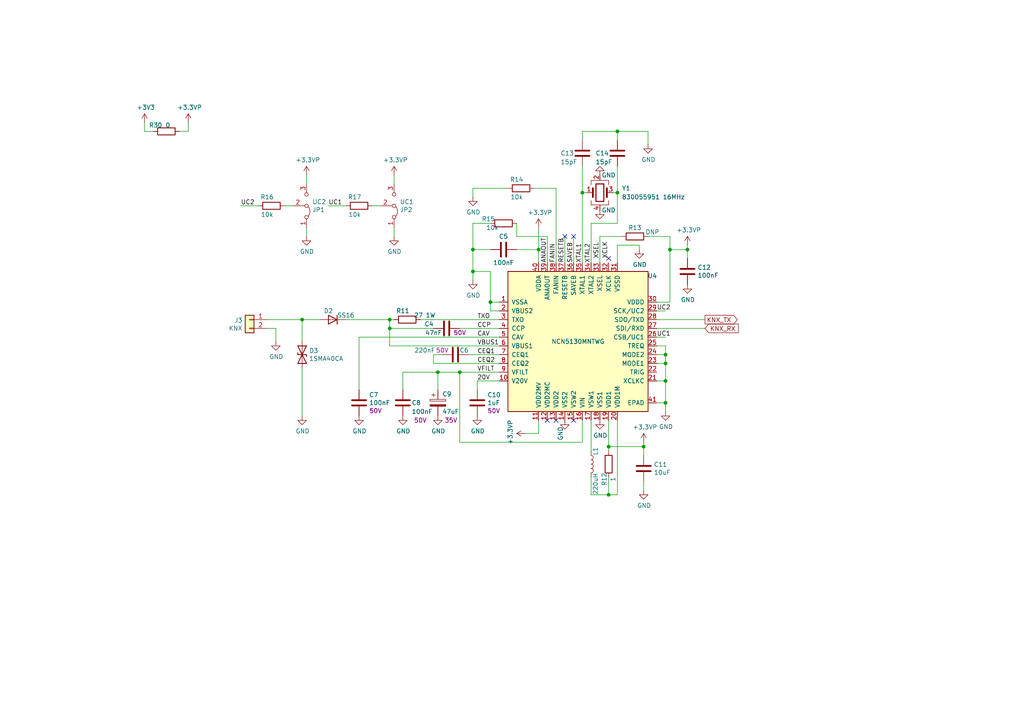
<source format=kicad_sch>
(kicad_sch (version 20211123) (generator eeschema)
  (paper "A4")
  (title_block (title "knxRoomUnit") (date "2021-05-06") (rev "r1d0"))
  (lib_symbols
    (symbol "Connector_Generic:Conn_01x02" (pin_names (offset 1.016) hide)
      (property "Reference" "J" (at 0 2.54 0))
      (property "Value" "Conn_01x02" (at 0 -5.08 0))
      (symbol "Conn_01x02_1_1"
        (rectangle (start -1.27 -2.413) (end 0 -2.667) (stroke (width 0.1524)))
        (rectangle (start -1.27 0.127) (end 0 -0.127) (stroke (width 0.1524)))
        (rectangle (start -1.27 1.27) (end 1.27 -3.81) (stroke (width 0.254)) (fill (type background)))
        (pin passive line (at -5.08 0 0) (length 3.81) (name "Pin_1") (number "1"))
        (pin passive line (at -5.08 -2.54 0) (length 3.81) (name "Pin_2") (number "2"))
      )
    )
    (symbol "Device:C" (pin_numbers hide) (pin_names (offset 0.254))
      (property "Reference" "C" (at 0.635 2.54 0))
      (property "Value" "C" (at 0.635 -2.54 0))
      (symbol "C_0_1"
        (polyline (pts (xy -2.032 -0.762) (xy 2.032 -0.762)) (stroke (width 0.508)))
        (polyline (pts (xy -2.032 0.762) (xy 2.032 0.762)) (stroke (width 0.508)))
      )
      (symbol "C_1_1"
        (pin passive line (at 0 3.81 270) (length 2.794) (name "~") (number "1"))
        (pin passive line (at 0 -3.81 90) (length 2.794) (name "~") (number "2"))
      )
    )
    (symbol "Device:CP" (pin_numbers hide) (pin_names (offset 0.254))
      (property "Reference" "C" (at 0.635 2.54 0))
      (property "Value" "Device_CP" (at 0.635 -2.54 0))
      (symbol "CP_0_1"
        (rectangle (start -2.286 0.508) (end 2.286 1.016))
        (polyline (pts (xy -1.778 2.286) (xy -0.762 2.286)))
        (polyline (pts (xy -1.27 2.794) (xy -1.27 1.778)))
        (rectangle (start 2.286 -0.508) (end -2.286 -1.016) (fill (type outline)))
      )
      (symbol "CP_1_1"
        (pin passive line (at 0 3.81 270) (length 2.794) (name "~") (number "1"))
        (pin passive line (at 0 -3.81 90) (length 2.794) (name "~") (number "2"))
      )
    )
    (symbol "Device:Crystal_GND24" (pin_names (offset 1.016) hide)
      (property "Reference" "Y" (at 3.175 5.08 0))
      (property "Value" "Crystal_GND24" (at 3.175 3.175 0))
      (symbol "Crystal_GND24_0_1"
        (rectangle (start -1.143 2.54) (end 1.143 -2.54) (stroke (width 0.3048)))
        (polyline (pts (xy -2.54 0) (xy -2.032 0)))
        (polyline (pts (xy -2.032 -1.27) (xy -2.032 1.27)) (stroke (width 0.508)))
        (polyline (pts (xy 0 -3.81) (xy 0 -3.556)))
        (polyline (pts (xy 0 3.556) (xy 0 3.81)))
        (polyline (pts (xy 2.032 -1.27) (xy 2.032 1.27)) (stroke (width 0.508)))
        (polyline (pts (xy 2.032 0) (xy 2.54 0)))
        (polyline (pts (xy -2.54 -2.286) (xy -2.54 -3.556) (xy 2.54 -3.556) (xy 2.54 -2.286)))
        (polyline (pts (xy -2.54 2.286) (xy -2.54 3.556) (xy 2.54 3.556) (xy 2.54 2.286)))
      )
      (symbol "Crystal_GND24_1_1"
        (pin passive line (at -3.81 0 0) (length 1.27) (name "1") (number "1"))
        (pin passive line (at 0 5.08 270) (length 1.27) (name "2") (number "2"))
        (pin passive line (at 3.81 0 180) (length 1.27) (name "3") (number "3"))
        (pin passive line (at 0 -5.08 90) (length 1.27) (name "4") (number "4"))
      )
    )
    (symbol "Device:D" (pin_numbers hide) (pin_names (offset 1.016) hide)
      (property "Reference" "D" (at 0 2.54 0))
      (property "Value" "D" (at 0 -2.54 0))
      (symbol "D_0_1"
        (polyline (pts (xy -1.27 1.27) (xy -1.27 -1.27)) (stroke (width 0.254)))
        (polyline (pts (xy 1.27 0) (xy -1.27 0)))
        (polyline (pts (xy 1.27 1.27) (xy 1.27 -1.27) (xy -1.27 0) (xy 1.27 1.27)) (stroke (width 0.254)))
      )
      (symbol "D_1_1"
        (pin passive line (at -3.81 0 0) (length 2.54) (name "K") (number "1"))
        (pin passive line (at 3.81 0 180) (length 2.54) (name "A") (number "2"))
      )
    )
    (symbol "Device:D_TVS" (pin_numbers hide) (pin_names (offset 1.016) hide)
      (property "Reference" "D" (at 0 2.54 0))
      (property "Value" "D_TVS" (at 0 -2.54 0))
      (symbol "D_TVS_0_1"
        (polyline (pts (xy 1.27 0) (xy -1.27 0)))
        (polyline (pts (xy 0.508 1.27) (xy 0 1.27) (xy 0 -1.27) (xy -0.508 -1.27)) (stroke (width 0.254)))
        (polyline (pts (xy -2.54 1.27) (xy -2.54 -1.27) (xy 2.54 1.27) (xy 2.54 -1.27) (xy -2.54 1.27)) (stroke (width 0.254)))
      )
      (symbol "D_TVS_1_1"
        (pin passive line (at -3.81 0 0) (length 2.54) (name "A1") (number "1"))
        (pin passive line (at 3.81 0 180) (length 2.54) (name "A2") (number "2"))
      )
    )
    (symbol "Device:L" (pin_numbers hide) (pin_names (offset 1.016) hide)
      (property "Reference" "L" (at -1.27 0 90))
      (property "Value" "L" (at 1.905 0 90))
      (symbol "L_0_1"
        (arc (start 0 -2.54) (mid 0.635 -1.905) (end 0 -1.27))
        (arc (start 0 -1.27) (mid 0.635 -0.635) (end 0 0))
        (arc (start 0 0) (mid 0.635 0.635) (end 0 1.27))
        (arc (start 0 1.27) (mid 0.635 1.905) (end 0 2.54))
      )
      (symbol "L_1_1"
        (pin passive line (at 0 3.81 270) (length 1.27) (name "1") (number "1"))
        (pin passive line (at 0 -3.81 90) (length 1.27) (name "2") (number "2"))
      )
    )
    (symbol "Device:R" (pin_numbers hide) (pin_names (offset 0))
      (property "Reference" "R" (at 2.032 0 90))
      (property "Value" "R" (at 0 0 90))
      (symbol "R_0_1"
        (rectangle (start -1.016 -2.54) (end 1.016 2.54) (stroke (width 0.254)))
      )
      (symbol "R_1_1"
        (pin passive line (at 0 3.81 270) (length 1.27) (name "~") (number "1"))
        (pin passive line (at 0 -3.81 90) (length 1.27) (name "~") (number "2"))
      )
    )
    (symbol "Jumper:Jumper_3_Bridged12" (pin_names (offset 0) hide)
      (property "Reference" "JP" (at -2.54 -2.54 0))
      (property "Value" "Jumper_3_Bridged12" (at 0 2.794 0))
      (symbol "Jumper_3_Bridged12_0_0"
        (circle (center -3.302 0) (radius 0.508))
        (circle (center 0 0) (radius 0.508))
        (circle (center 3.302 0) (radius 0.508))
      )
      (symbol "Jumper_3_Bridged12_0_1"
        (arc (start -0.254 0.508) (mid -1.651 0.9912) (end -3.048 0.508))
        (polyline (pts (xy 0 -1.27) (xy 0 -0.508)))
      )
      (symbol "Jumper_3_Bridged12_1_1"
        (pin passive line (at -6.35 0 0) (length 2.54) (name "A") (number "1"))
        (pin input line (at 0 -3.81 90) (length 2.54) (name "C") (number "2"))
        (pin passive line (at 6.35 0 180) (length 2.54) (name "B") (number "3"))
      )
    )
    (symbol "ON_Semiconductor:NCN5130MNTWG" (pin_names (offset 1.016))
      (property "Reference" "U" (at 19.05 21.59 0))
      (property "Value" "NCN5130MNTWG" (at 0 0 0))
      (symbol "NCN5130MNTWG_0_1"
        (rectangle (start -20.32 20.32) (end 20.32 -20.32) (stroke (width 0.254)) (fill (type background)))
      )
      (symbol "NCN5130MNTWG_1_1"
        (pin power_in line (at -22.86 11.43 0) (length 2.54) (name "VSSA") (number "1"))
        (pin power_out line (at -22.86 -11.43 0) (length 2.54) (name "V20V") (number "10"))
        (pin input line (at -11.43 -22.86 90) (length 2.54) (name "VDD2MV") (number "11"))
        (pin input line (at -8.89 -22.86 90) (length 2.54) (name "VDD2MC") (number "12"))
        (pin input line (at -6.35 -22.86 90) (length 2.54) (name "VDD2") (number "13"))
        (pin power_in line (at -3.81 -22.86 90) (length 2.54) (name "VSS2") (number "14"))
        (pin power_out line (at -1.27 -22.86 90) (length 2.54) (name "VSW2") (number "15"))
        (pin power_in line (at 1.27 -22.86 90) (length 2.54) (name "VIN") (number "16"))
        (pin power_out line (at 3.81 -22.86 90) (length 2.54) (name "VSW1") (number "17"))
        (pin power_in line (at 6.35 -22.86 90) (length 2.54) (name "VSS1") (number "18"))
        (pin input line (at 8.89 -22.86 90) (length 2.54) (name "VDD1") (number "19"))
        (pin power_in line (at -22.86 8.89 0) (length 2.54) (name "VBUS2") (number "2"))
        (pin input line (at 11.43 -22.86 90) (length 2.54) (name "VDD1M") (number "20"))
        (pin input line (at 22.86 -11.43 180) (length 2.54) (name "XCLKC") (number "21"))
        (pin output line (at 22.86 -8.89 180) (length 2.54) (name "TRIG") (number "22"))
        (pin input line (at 22.86 -6.35 180) (length 2.54) (name "MODE1") (number "23"))
        (pin input line (at 22.86 -3.81 180) (length 2.54) (name "MODE2") (number "24"))
        (pin input line (at 22.86 -1.27 180) (length 2.54) (name "TREQ") (number "25"))
        (pin bidirectional line (at 22.86 1.27 180) (length 2.54) (name "CSB/UC1") (number "26"))
        (pin input line (at 22.86 3.81 180) (length 2.54) (name "SDI/RXD") (number "27"))
        (pin output line (at 22.86 6.35 180) (length 2.54) (name "SDO/TXD") (number "28"))
        (pin bidirectional line (at 22.86 8.89 180) (length 2.54) (name "SCK/UC2") (number "29"))
        (pin output line (at -22.86 6.35 0) (length 2.54) (name "TXO") (number "3"))
        (pin power_in line (at 22.86 11.43 180) (length 2.54) (name "VDDD") (number "30"))
        (pin power_in line (at 11.43 22.86 270) (length 2.54) (name "VSSD") (number "31"))
        (pin output line (at 8.89 22.86 270) (length 2.54) (name "XCLK") (number "32"))
        (pin input line (at 6.35 22.86 270) (length 2.54) (name "XSEL") (number "33"))
        (pin bidirectional line (at 3.81 22.86 270) (length 2.54) (name "XTAL2") (number "34"))
        (pin input line (at 1.27 22.86 270) (length 2.54) (name "XTAL1") (number "35"))
        (pin output line (at -1.27 22.86 270) (length 2.54) (name "SAVEB") (number "36"))
        (pin output line (at -3.81 22.86 270) (length 2.54) (name "RESETB") (number "37"))
        (pin input line (at -6.35 22.86 270) (length 2.54) (name "FANIN") (number "38"))
        (pin output line (at -8.89 22.86 270) (length 2.54) (name "ANAOUT") (number "39"))
        (pin input line (at -22.86 3.81 0) (length 2.54) (name "CCP") (number "4"))
        (pin power_in line (at -11.43 22.86 270) (length 2.54) (name "VDDA") (number "40"))
        (pin power_in line (at 22.86 -17.78 180) (length 2.54) (name "EPAD") (number "41"))
        (pin passive line (at -22.86 1.27 0) (length 2.54) (name "CAV") (number "5"))
        (pin power_in line (at -22.86 -1.27 0) (length 2.54) (name "VBUS1") (number "6"))
        (pin passive line (at -22.86 -3.81 0) (length 2.54) (name "CEQ1") (number "7"))
        (pin passive line (at -22.86 -6.35 0) (length 2.54) (name "CEQ2") (number "8"))
        (pin passive line (at -22.86 -8.89 0) (length 2.54) (name "VFILT") (number "9"))
      )
    )
    (symbol "power:+3.3V" (power) (pin_names (offset 0))
      (property "Value" "+3.3V" (at 0 3.556 0))
      (symbol "+3.3V_0_1"
        (polyline (pts (xy -0.762 1.27) (xy 0 2.54)))
        (polyline (pts (xy 0 0) (xy 0 2.54)))
        (polyline (pts (xy 0 2.54) (xy 0.762 1.27)))
      )
      (symbol "+3.3V_1_1"
        (pin power_in line (at 0 0 90) (length 0) hide (name "+3V3") (number "1"))
      )
    )
    (symbol "power:+3.3VP" (power) (pin_names (offset 0))
      (property "Value" "+3.3VP" (at 0 2.54 0))
      (symbol "+3.3VP_0_0"
        (pin power_in line (at 0 0 90) (length 0) hide (name "+3.3VP") (number "1"))
      )
      (symbol "+3.3VP_0_1"
        (polyline (pts (xy -0.762 1.27) (xy 0 2.54)))
        (polyline (pts (xy 0 0) (xy 0 2.54)))
        (polyline (pts (xy 0 2.54) (xy 0.762 1.27)))
      )
    )
    (symbol "power:GND" (power) (pin_names (offset 0))
      (property "Value" "GND" (at 0 -3.81 0))
      (symbol "GND_0_1"
        (polyline (pts (xy 0 0) (xy 0 -1.27) (xy 1.27 -1.27) (xy 0 -2.54) (xy -1.27 -1.27) (xy 0 -1.27)))
      )
      (symbol "GND_1_1"
        (pin power_in line (at 0 0 270) (length 0) hide (name "GND") (number "1"))
      )
    )
  )
  (junction (at 176.53 143.51))
  (junction (at 193.04 102.87))
  (junction (at 179.07 38.1))
  (junction (at 113.03 92.71))
  (junction (at 137.16 78.74))
  (junction (at 186.69 129.54))
  (junction (at 133.35 107.95))
  (junction (at 87.63 92.71))
  (junction (at 193.04 105.41))
  (junction (at 193.04 116.84))
  (junction (at 176.53 129.54))
  (junction (at 194.31 72.39))
  (junction (at 168.91 55.88))
  (junction (at 113.03 95.25))
  (junction (at 127 107.95))
  (junction (at 142.24 87.63))
  (junction (at 193.04 110.49))
  (junction (at 199.39 72.39))
  (junction (at 179.07 55.88))
  (junction (at 156.21 72.39))
  (junction (at 137.16 72.39))
  (no_connect (at 161.29 121.92))
  (no_connect (at 176.53 74.93))
  (no_connect (at 163.83 68.58))
  (no_connect (at 166.37 121.92))
  (no_connect (at 166.37 68.58))
  (no_connect (at 158.75 121.92))
  (wire (pts (xy 190.5 92.71) (xy 204.47 92.71)))
  (wire (pts (xy 194.31 68.58) (xy 194.31 72.39)))
  (wire (pts (xy 144.78 87.63) (xy 142.24 87.63)))
  (wire (pts (xy 190.5 105.41) (xy 193.04 105.41)))
  (wire (pts (xy 176.53 143.51) (xy 171.45 143.51)))
  (wire (pts (xy 44.45 38.1) (xy 41.91 38.1)))
  (wire (pts (xy 142.24 90.17) (xy 144.78 90.17)))
  (wire (pts (xy 142.24 72.39) (xy 137.16 72.39)))
  (wire (pts (xy 187.96 38.1) (xy 187.96 41.91)))
  (wire (pts (xy 125.73 105.41) (xy 125.73 102.87)))
  (wire (pts (xy 142.24 78.74) (xy 142.24 87.63)))
  (wire (pts (xy 127 107.95) (xy 127 113.03)))
  (wire (pts (xy 163.83 76.2) (xy 163.83 68.58)))
  (wire (pts (xy 149.86 68.58) (xy 149.86 64.77)))
  (wire (pts (xy 186.69 142.24) (xy 186.69 139.7)))
  (wire (pts (xy 194.31 72.39) (xy 199.39 72.39)))
  (wire (pts (xy 116.84 107.95) (xy 127 107.95)))
  (wire (pts (xy 125.73 105.41) (xy 144.78 105.41)))
  (wire (pts (xy 135.89 102.87) (xy 144.78 102.87)))
  (wire (pts (xy 116.84 113.03) (xy 116.84 107.95)))
  (wire (pts (xy 176.53 129.54) (xy 176.53 130.81)))
  (wire (pts (xy 113.03 92.71) (xy 114.3 92.71)))
  (wire (pts (xy 185.42 71.12) (xy 179.07 71.12)))
  (wire (pts (xy 87.63 92.71) (xy 92.71 92.71)))
  (wire (pts (xy 168.91 121.92) (xy 168.91 128.27)))
  (wire (pts (xy 190.5 100.33) (xy 193.04 100.33)))
  (wire (pts (xy 193.04 105.41) (xy 193.04 110.49)))
  (wire (pts (xy 137.16 78.74) (xy 142.24 78.74)))
  (wire (pts (xy 199.39 72.39) (xy 199.39 74.93)))
  (wire (pts (xy 113.03 100.33) (xy 113.03 95.25)))
  (wire (pts (xy 138.43 110.49) (xy 138.43 113.03)))
  (wire (pts (xy 114.3 53.34) (xy 114.3 50.8)))
  (wire (pts (xy 173.99 68.58) (xy 180.34 68.58)))
  (wire (pts (xy 133.35 128.27) (xy 168.91 128.27)))
  (wire (pts (xy 137.16 78.74) (xy 137.16 81.28)))
  (wire (pts (xy 168.91 55.88) (xy 168.91 76.2)))
  (wire (pts (xy 185.42 72.39) (xy 185.42 71.12)))
  (wire (pts (xy 187.96 68.58) (xy 194.31 68.58)))
  (wire (pts (xy 137.16 72.39) (xy 137.16 78.74)))
  (wire (pts (xy 104.14 97.79) (xy 104.14 113.03)))
  (wire (pts (xy 190.5 110.49) (xy 193.04 110.49)))
  (wire (pts (xy 125.73 102.87) (xy 128.27 102.87)))
  (wire (pts (xy 133.35 128.27) (xy 133.35 107.95)))
  (wire (pts (xy 168.91 38.1) (xy 168.91 40.64)))
  (wire (pts (xy 152.4 125.73) (xy 156.21 125.73)))
  (wire (pts (xy 190.5 90.17) (xy 193.04 90.17)))
  (wire (pts (xy 166.37 76.2) (xy 166.37 68.58)))
  (wire (pts (xy 156.21 66.04) (xy 156.21 72.39)))
  (wire (pts (xy 176.53 138.43) (xy 176.53 143.51)))
  (wire (pts (xy 193.04 119.38) (xy 193.04 116.84)))
  (wire (pts (xy 199.39 72.39) (xy 199.39 71.12)))
  (wire (pts (xy 100.33 59.69) (xy 95.25 59.69)))
  (wire (pts (xy 54.61 38.1) (xy 52.07 38.1)))
  (wire (pts (xy 137.16 54.61) (xy 137.16 57.15)))
  (wire (pts (xy 171.45 76.2) (xy 171.45 64.77)))
  (wire (pts (xy 87.63 106.68) (xy 87.63 120.65)))
  (wire (pts (xy 193.04 102.87) (xy 193.04 105.41)))
  (wire (pts (xy 190.5 95.25) (xy 204.47 95.25)))
  (wire (pts (xy 179.07 55.88) (xy 179.07 64.77)))
  (wire (pts (xy 137.16 64.77) (xy 137.16 72.39)))
  (wire (pts (xy 193.04 110.49) (xy 193.04 116.84)))
  (wire (pts (xy 177.8 55.88) (xy 179.07 55.88)))
  (wire (pts (xy 190.5 116.84) (xy 193.04 116.84)))
  (wire (pts (xy 190.5 102.87) (xy 193.04 102.87)))
  (wire (pts (xy 113.03 95.25) (xy 125.73 95.25)))
  (wire (pts (xy 133.35 107.95) (xy 144.78 107.95)))
  (wire (pts (xy 190.5 97.79) (xy 193.04 97.79)))
  (wire (pts (xy 158.75 76.2) (xy 158.75 68.58)))
  (wire (pts (xy 133.35 95.25) (xy 144.78 95.25)))
  (wire (pts (xy 113.03 100.33) (xy 144.78 100.33)))
  (wire (pts (xy 179.07 38.1) (xy 187.96 38.1)))
  (wire (pts (xy 142.24 87.63) (xy 142.24 90.17)))
  (wire (pts (xy 161.29 76.2) (xy 161.29 54.61)))
  (wire (pts (xy 121.92 92.71) (xy 144.78 92.71)))
  (wire (pts (xy 110.49 59.69) (xy 107.95 59.69)))
  (wire (pts (xy 113.03 92.71) (xy 100.33 92.71)))
  (wire (pts (xy 171.45 143.51) (xy 171.45 138.43)))
  (wire (pts (xy 88.9 68.58) (xy 88.9 66.04)))
  (wire (pts (xy 179.07 40.64) (xy 179.07 38.1)))
  (wire (pts (xy 54.61 35.56) (xy 54.61 38.1)))
  (wire (pts (xy 190.5 87.63) (xy 194.31 87.63)))
  (wire (pts (xy 156.21 72.39) (xy 156.21 76.2)))
  (wire (pts (xy 74.93 59.69) (xy 69.85 59.69)))
  (wire (pts (xy 194.31 87.63) (xy 194.31 72.39)))
  (wire (pts (xy 144.78 97.79) (xy 104.14 97.79)))
  (wire (pts (xy 156.21 125.73) (xy 156.21 121.92)))
  (wire (pts (xy 193.04 100.33) (xy 193.04 102.87)))
  (wire (pts (xy 170.18 55.88) (xy 168.91 55.88)))
  (wire (pts (xy 88.9 53.34) (xy 88.9 50.8)))
  (wire (pts (xy 176.53 129.54) (xy 186.69 129.54)))
  (wire (pts (xy 179.07 71.12) (xy 179.07 76.2)))
  (wire (pts (xy 171.45 64.77) (xy 179.07 64.77)))
  (wire (pts (xy 149.86 72.39) (xy 156.21 72.39)))
  (wire (pts (xy 161.29 54.61) (xy 154.94 54.61)))
  (wire (pts (xy 87.63 92.71) (xy 87.63 99.06)))
  (wire (pts (xy 179.07 143.51) (xy 176.53 143.51)))
  (wire (pts (xy 158.75 68.58) (xy 149.86 68.58)))
  (wire (pts (xy 179.07 121.92) (xy 179.07 143.51)))
  (wire (pts (xy 147.32 54.61) (xy 137.16 54.61)))
  (wire (pts (xy 176.53 121.92) (xy 176.53 129.54)))
  (wire (pts (xy 179.07 48.26) (xy 179.07 55.88)))
  (wire (pts (xy 114.3 68.58) (xy 114.3 66.04)))
  (wire (pts (xy 133.35 107.95) (xy 127 107.95)))
  (wire (pts (xy 168.91 48.26) (xy 168.91 55.88)))
  (wire (pts (xy 168.91 38.1) (xy 179.07 38.1)))
  (wire (pts (xy 186.69 129.54) (xy 186.69 132.08)))
  (wire (pts (xy 171.45 121.92) (xy 171.45 130.81)))
  (wire (pts (xy 77.47 92.71) (xy 87.63 92.71)))
  (wire (pts (xy 80.01 95.25) (xy 80.01 99.06)))
  (wire (pts (xy 41.91 38.1) (xy 41.91 35.56)))
  (wire (pts (xy 173.99 68.58) (xy 173.99 76.2)))
  (wire (pts (xy 142.24 64.77) (xy 137.16 64.77)))
  (wire (pts (xy 186.69 129.54) (xy 186.69 128.27)))
  (wire (pts (xy 113.03 95.25) (xy 113.03 92.71)))
  (wire (pts (xy 85.09 59.69) (xy 82.55 59.69)))
  (wire (pts (xy 77.47 95.25) (xy 80.01 95.25)))
  (wire (pts (xy 144.78 110.49) (xy 138.43 110.49)))
  (label "ANAOUT" (at 158.75 76.2 90))
  (label "TXO" (at 138.43 92.71 0))
  (label "CEQ2" (at 138.43 105.41 0))
  (label "CAV" (at 138.43 97.79 0))
  (label "XTAL1" (at 168.91 76.2 90))
  (label "SAVEB" (at 166.37 76.2 90))
  (label "UC2" (at 69.85 59.69 0))
  (label "XTAL2" (at 171.45 76.2 90))
  (label "XCLK" (at 176.53 74.93 90))
  (label "20V" (at 138.43 110.49 0))
  (label "XSEL" (at 173.99 74.93 90))
  (label "CCP" (at 138.43 95.25 0))
  (label "VFILT" (at 138.43 107.95 0))
  (label "UC1" (at 95.25 59.69 0))
  (label "UC1" (at 190.5 97.79 0))
  (label "UC2" (at 190.5 90.17 0))
  (label "VBUS1" (at 138.43 100.33 0))
  (label "RESETB" (at 163.83 76.2 90))
  (label "CEQ1" (at 138.43 102.87 0))
  (label "FANIN" (at 161.29 76.2 90))
  (global_label "KNX_RX" (shape input) (at 204.47 95.25 0) (property "Intersheet References" "${INTERSHEET_REFS}" (effects hide)))
  (global_label "KNX_TX" (shape output) (at 204.47 92.71 0) (property "Intersheet References" "${INTERSHEET_REFS}" (effects hide)))
  (symbol (lib_id "Device:R") (at 118.11 92.71 270) (unit 1)
    (property "Reference" "R11" (at 116.84 90.17 90))
    (property "Value" "27 1W" (at 123.19 91.44 90))
    (property "Footprint" "Resistor_SMD:R_2512_6332Metric" (effects hide))
    (property "Datasheet" "https://datasheet.lcsc.com/szlcsc/Uniroyal-Elec-25121WJ0270T4E_C25478.pdf" (effects hide))
    (property "PartNumber" "25121WJ0270T4E" (effects hide))
    (property "LCSC Part #" "C25478" (effects hide))
    (property "Manufacturer" "Uniroyal Elec" (effects hide))
  )
  (symbol (lib_id "ON_Semiconductor:NCN5130MNTWG") (at 167.64 99.06 0) (unit 1)
    (property "Reference" "U4" (at 189.23 80.01 0))
    (property "Value" "NCN5130MNTWG" (at 167.64 99.06 0))
    (property "Footprint" "ON_Semiconductor:CASE485AU−01" (effects hide))
    (property "Datasheet" "https://www.onsemi.com/pub/Collateral/NCN5130-D.PDF" (effects hide))
    (property "Supplier1" "Mouser" (effects hide))
    (property "Supplier Par Number1" "863-NCN5130MNTWG" (effects hide))
    (property "PartNumber" "NCN5130MNTWG" (effects hide))
    (property "Manufacturer" "ON Semiconductor" (effects hide))
  )
  (symbol (lib_id "power:GND") (at 137.16 81.28 0) (unit 1)
    (property "Reference" "#PWR010" (effects hide))
    (property "Value" "GND" (at 137.287 85.6742 0))
  )
  (symbol (lib_id "Device:C") (at 132.08 102.87 270) (unit 1)
    (property "Reference" "C6" (at 134.62 101.6 90))
    (property "Value" "220nF" (at 123.19 101.6 90))
    (property "Footprint" "Capacitor_SMD:C_0603_1608Metric" (effects hide))
    (property "Datasheet" "https://datasheet.lcsc.com/szlcsc/Samsung-Electro-Mechanics-CL10B224KA8NNNC_C21120.pdf" (effects hide))
    (property "Voltage" "50V" (at 128.27 101.6 90))
    (property "PartNumber" "CL10B224KA8NNNC" (effects hide))
    (property "Manufacturer" "Samsung Electro-Mechanics" (effects hide))
    (property "LCSC Part #" "C21120" (effects hide))
  )
  (symbol (lib_id "Device:CP") (at 127 116.84 0) (unit 1)
    (property "Reference" "C9" (at 128.27 114.3 0) (effects (justify left)))
    (property "Value" "47uF" (at 128.27 119.38 0) (effects (justify left)))
    (property "Footprint" "Capacitor_SMD:C_Elec_6.3x5.4" (effects hide))
    (property "Voltage" "35V" (at 130.81 121.92 0))
    (property "LCSC Part #" "TODO" (effects hide))
  )
  (symbol (lib_id "Device:C") (at 116.84 116.84 0) (unit 1)
    (property "Reference" "C8" (at 119.38 116.84 0) (effects (justify left)))
    (property "Value" "100nF" (at 119.38 119.38 0) (effects (justify left)))
    (property "Footprint" "Capacitor_SMD:C_0603_1608Metric" (effects hide))
    (property "Datasheet" "https://datasheet.lcsc.com/lcsc/1809301912_YAGEO-CC0603KRX7R9BB104_C14663.pdf" (effects hide))
    (property "PartNumber" "CC0603KRX7R9BB104" (effects hide))
    (property "Voltage" "50V" (at 121.92 121.92 0))
    (property "Manufacturer" "YAGEO" (effects hide))
    (property "LCSC Part #" "C14663" (effects hide))
  )
  (symbol (lib_id "Device:C") (at 129.54 95.25 270) (unit 1)
    (property "Reference" "C4" (at 124.46 93.98 90))
    (property "Value" "47nF" (at 125.73 96.52 90))
    (property "Footprint" "Capacitor_SMD:C_0603_1608Metric" (effects hide))
    (property "Datasheet" "https://datasheet.lcsc.com/lcsc/1810261614_Samsung-Electro-Mechanics-CL10B473KB8NNNC_C1622.pdf" (effects hide))
    (property "Voltage" "50V" (at 133.35 96.52 90))
    (property "PartNumber" "CL10B473KB8NNNC" (effects hide))
    (property "Manufacturer" "Samsung Electro-Mechanics" (effects hide))
    (property "LCSC Part #" "C1622" (effects hide))
  )
  (symbol (lib_id "Device:C") (at 146.05 72.39 270) (unit 1)
    (property "Reference" "C5" (at 146.05 68.58 90))
    (property "Value" "100nF" (at 146.05 76.2 90))
    (property "Footprint" "Capacitor_SMD:C_0603_1608Metric" (effects hide))
    (property "Datasheet" "https://datasheet.lcsc.com/lcsc/1809301912_YAGEO-CC0603KRX7R9BB104_C14663.pdf" (effects hide))
    (property "PartNumber" "CC0603KRX7R9BB104" (effects hide))
    (property "Manufacturer" "YAGEO" (effects hide))
    (property "LCSC Part #" "C14663" (effects hide))
    (property "Voltage" "50V" (effects hide))
  )
  (symbol (lib_id "Device:C") (at 104.14 116.84 0) (unit 1)
    (property "Reference" "C7" (at 107.061 114.5286 0) (effects (justify left)))
    (property "Value" "100nF" (at 107.061 116.84 0) (effects (justify left)))
    (property "Footprint" "Capacitor_SMD:C_0603_1608Metric" (effects hide))
    (property "Datasheet" "https://datasheet.lcsc.com/lcsc/1809301912_YAGEO-CC0603KRX7R9BB104_C14663.pdf" (effects hide))
    (property "Voltage" "50V" (at 107.061 119.1514 0) (effects (justify left)))
    (property "PartNumber" "CC0603KRX7R9BB104" (effects hide))
    (property "Manufacturer" "YAGEO" (effects hide))
    (property "LCSC Part #" "C14663" (effects hide))
  )
  (symbol (lib_id "Device:C") (at 138.43 116.84 0) (unit 1)
    (property "Reference" "C10" (at 141.351 114.5286 0) (effects (justify left)))
    (property "Value" "1uF" (at 141.351 116.84 0) (effects (justify left)))
    (property "Footprint" "Capacitor_SMD:C_0603_1608Metric" (effects hide))
    (property "Datasheet" "https://datasheet.lcsc.com/lcsc/1810261812_Samsung-Electro-Mechanics-CL10A105KB8NNNC_C15849.pdf" (effects hide))
    (property "Voltage" "50V" (at 141.351 119.1514 0) (effects (justify left)))
    (property "PartNumber" "CL10A105KB8NNNC" (effects hide))
    (property "Manufacturer" "Samsung Electro-Mechanics" (effects hide))
    (property "LCSC Part #" "C15849" (effects hide))
  )
  (symbol (lib_id "power:GND") (at 104.14 120.65 0) (unit 1)
    (property "Reference" "#PWR022" (effects hide))
    (property "Value" "GND" (at 104.267 125.0442 0))
  )
  (symbol (lib_id "power:GND") (at 116.84 120.65 0) (unit 1)
    (property "Reference" "#PWR023" (effects hide))
    (property "Value" "GND" (at 116.967 125.0442 0))
  )
  (symbol (lib_id "power:GND") (at 127 120.65 0) (unit 1)
    (property "Reference" "#PWR024" (effects hide))
    (property "Value" "GND" (at 127.127 125.0442 0))
  )
  (symbol (lib_id "power:GND") (at 138.43 120.65 0) (unit 1)
    (property "Reference" "#PWR025" (effects hide))
    (property "Value" "GND" (at 138.557 125.0442 0))
  )
  (symbol (lib_id "Device:R") (at 151.13 54.61 270) (unit 1)
    (property "Reference" "R14" (at 149.86 52.07 90))
    (property "Value" "10k" (at 149.86 57.15 90))
    (property "Footprint" "Resistor_SMD:R_0402_1005Metric" (effects hide))
    (property "Datasheet" "https://datasheet.lcsc.com/lcsc/1809301717_UNI-ROYAL-Uniroyal-Elec-0402WGF1002TCE_C25744.pdf" (effects hide))
    (property "PartNumber" "0402WGF1002TCE" (effects hide))
    (property "LCSC Part #" "C25744" (effects hide))
    (property "Manufacturer" "Uniroyal Elec" (effects hide))
  )
  (symbol (lib_id "power:GND") (at 137.16 57.15 0) (unit 1)
    (property "Reference" "#PWR04" (effects hide))
    (property "Value" "GND" (at 137.287 61.5442 0))
  )
  (symbol (lib_id "Device:D") (at 96.52 92.71 180) (unit 1)
    (property "Reference" "D2" (at 95.25 90.17 0))
    (property "Value" "SS16" (at 100.33 91.44 0))
    (property "Footprint" "Diode_SMD:D_SMA" (effects hide))
    (property "Datasheet" "https://datasheet.lcsc.com/szlcsc/1912111437_Slkor-SLKORMICRO-Elec-SS16_C408259.pdf" (effects hide))
    (property "PartNumber" "SS16" (effects hide))
    (property "Manufacturer" "Slkor(SLKORMICRO Elec.)" (effects hide))
    (property "LCSC Part #" "C408259" (effects hide))
  )
  (symbol (lib_id "Device:D_TVS") (at 87.63 102.87 270) (unit 1)
    (property "Reference" "D3" (at 89.6366 101.7016 90) (effects (justify left)))
    (property "Value" "1SMA40CA" (at 89.6366 104.013 90) (effects (justify left)))
    (property "Footprint" "Diode_SMD:D_SMA" (effects hide))
    (property "LCSC Part #" "TODO" (effects hide))
  )
  (symbol (lib_id "power:GND") (at 87.63 120.65 0) (unit 1)
    (property "Reference" "#PWR021" (effects hide))
    (property "Value" "GND" (at 87.757 125.0442 0))
  )
  (symbol (lib_id "power:GND") (at 80.01 99.06 0) (unit 1)
    (property "Reference" "#PWR016" (effects hide))
    (property "Value" "GND" (at 80.137 103.4542 0))
  )
  (symbol (lib_id "Device:C") (at 179.07 44.45 180) (unit 1)
    (property "Reference" "C14" (at 172.72 44.45 0) (effects (justify right)))
    (property "Value" "15pF" (at 172.72 46.99 0) (effects (justify right)))
    (property "Footprint" "Capacitor_SMD:C_0603_1608Metric" (effects hide))
    (property "Datasheet" "https://datasheet.lcsc.com/lcsc/1810261515_Samsung-Electro-Mechanics-CL10C150JB8NNNC_C1644.pdf" (effects hide))
    (property "PartNumber" "CL10C150JB8NNNC" (effects hide))
    (property "Manufacturer" "Samsung Electro-Mechanics" (effects hide))
    (property "LCSC Part #" "C1644" (effects hide))
    (property "Voltage" "50V" (effects hide))
  )
  (symbol (lib_id "Device:C") (at 168.91 44.45 180) (unit 1)
    (property "Reference" "C13" (at 162.56 44.45 0) (effects (justify right)))
    (property "Value" "15pF" (at 162.56 46.99 0) (effects (justify right)))
    (property "Footprint" "Capacitor_SMD:C_0603_1608Metric" (effects hide))
    (property "Datasheet" "https://datasheet.lcsc.com/lcsc/1810261515_Samsung-Electro-Mechanics-CL10C150JB8NNNC_C1644.pdf" (effects hide))
    (property "PartNumber" "CL10C150JB8NNNC" (effects hide))
    (property "Manufacturer" "Samsung Electro-Mechanics" (effects hide))
    (property "LCSC Part #" "C1644" (effects hide))
    (property "Voltage" "50V" (effects hide))
  )
  (symbol (lib_id "Device:C") (at 186.69 135.89 0) (unit 1)
    (property "Reference" "C11" (at 189.611 134.7216 0) (effects (justify left)))
    (property "Value" "10uF" (at 189.611 137.033 0) (effects (justify left)))
    (property "Footprint" "Capacitor_SMD:C_0603_1608Metric" (effects hide))
    (property "Datasheet" "https://datasheet.lcsc.com/lcsc/1810191219_Samsung-Electro-Mechanics-CL10A106KP8NNNC_C19702.pdf" (effects hide))
    (property "PartNumber" "CL10A106KP8NNNC" (effects hide))
    (property "Manufacturer" "Samsung Electro-Mechanics" (effects hide))
    (property "LCSC Part #" "C19702" (effects hide))
    (property "Voltage" "10V" (effects hide))
  )
  (symbol (lib_id "Device:L") (at 171.45 134.62 0) (unit 1)
    (property "Reference" "L1" (at 172.72 132.08 90) (effects (justify left)))
    (property "Value" "220uH" (at 172.72 143.51 90) (effects (justify left)))
    (property "Footprint" "Inductor_SMD:L_Wuerth_MAPI-3020" (effects hide))
    (property "Datasheet" "https://www.coilcraft.com/getmedia/f76a3c9b-4fff-4397-8028-ef8e043eb200/xfl3012.pdf" (effects hide))
    (property "PartNumber" "XFL3012-224MEC" (effects hide))
    (property "Manufacturer" "Coilcraft" (effects hide))
  )
  (symbol (lib_id "power:GND") (at 163.83 121.92 0) (unit 1)
    (property "Reference" "#PWR026" (effects hide))
    (property "Value" "GND" (at 162.56 125.73 90))
  )
  (symbol (lib_id "power:GND") (at 173.99 121.92 0) (unit 1)
    (property "Reference" "#PWR027" (effects hide))
    (property "Value" "GND" (at 174.117 126.3142 0))
  )
  (symbol (lib_id "Device:R") (at 176.53 134.62 180) (unit 1)
    (property "Reference" "R12" (at 175.26 140.97 90) (effects (justify right)))
    (property "Value" "1" (at 177.8 139.7 90) (effects (justify right)))
    (property "Footprint" "Resistor_SMD:R_0402_1005Metric" (effects hide))
    (property "LCSC Part #" "TODO" (effects hide))
  )
  (symbol (lib_id "power:GND") (at 186.69 142.24 0) (unit 1)
    (property "Reference" "#PWR032" (effects hide))
    (property "Value" "GND" (at 186.817 146.6342 0))
  )
  (symbol (lib_id "power:GND") (at 193.04 119.38 0) (unit 1)
    (property "Reference" "#PWR020" (effects hide))
    (property "Value" "GND" (at 193.167 123.7742 0))
  )
  (symbol (lib_id "power:GND") (at 187.96 41.91 0) (unit 1)
    (property "Reference" "#PWR01" (effects hide))
    (property "Value" "GND" (at 188.087 46.3042 0))
  )
  (symbol (lib_id "power:GND") (at 185.42 72.39 0) (unit 1)
    (property "Reference" "#PWR09" (effects hide))
    (property "Value" "GND" (at 185.547 76.7842 0))
  )
  (symbol (lib_id "Device:C") (at 199.39 78.74 180) (unit 1)
    (property "Reference" "C12" (at 202.311 77.5716 0) (effects (justify right)))
    (property "Value" "100nF" (at 202.311 79.883 0) (effects (justify right)))
    (property "Footprint" "Capacitor_SMD:C_0603_1608Metric" (effects hide))
    (property "Datasheet" "https://datasheet.lcsc.com/lcsc/1809301912_YAGEO-CC0603KRX7R9BB104_C14663.pdf" (effects hide))
    (property "PartNumber" "CC0603KRX7R9BB104" (effects hide))
    (property "Manufacturer" "YAGEO" (effects hide))
    (property "LCSC Part #" "C14663" (effects hide))
    (property "Voltage" "50V" (effects hide))
  )
  (symbol (lib_id "power:GND") (at 199.39 82.55 0) (unit 1)
    (property "Reference" "#PWR012" (effects hide))
    (property "Value" "GND" (at 199.517 86.9442 0))
  )
  (symbol (lib_id "Jumper:Jumper_3_Bridged12") (at 88.9 59.69 270) (mirror x) (unit 1)
    (property "Reference" "JP1" (at 90.5764 60.8584 90) (effects (justify left)))
    (property "Value" "UC2" (at 90.5764 58.547 90) (effects (justify left)))
    (property "Footprint" "Jumper:SolderJumper-3_P1.3mm_Bridged12_Pad1.0x1.5mm" (effects hide))
    (property "Supplier Part Number1" "2356154" (effects hide))
    (property "Supplier1" "Farnell" (effects hide))
  )
  (symbol (lib_id "Jumper:Jumper_3_Bridged12") (at 114.3 59.69 270) (mirror x) (unit 1)
    (property "Reference" "JP2" (at 115.9764 60.8584 90) (effects (justify left)))
    (property "Value" "UC1" (at 115.9764 58.547 90) (effects (justify left)))
    (property "Footprint" "Jumper:SolderJumper-3_P1.3mm_Bridged12_Pad1.0x1.5mm" (effects hide))
    (property "Supplier1" "Farnell" (effects hide))
    (property "Supplier Part Number1" "2356154" (effects hide))
  )
  (symbol (lib_id "Device:R") (at 78.74 59.69 90) (unit 1)
    (property "Reference" "R16" (at 77.47 57.15 90))
    (property "Value" "10k" (at 77.47 62.23 90))
    (property "Footprint" "Resistor_SMD:R_0402_1005Metric" (effects hide))
    (property "Datasheet" "https://datasheet.lcsc.com/lcsc/1809301717_UNI-ROYAL-Uniroyal-Elec-0402WGF1002TCE_C25744.pdf" (effects hide))
    (property "PartNumber" "0402WGF1002TCE" (effects hide))
    (property "LCSC Part #" "C25744" (effects hide))
    (property "Manufacturer" "Uniroyal Elec" (effects hide))
  )
  (symbol (lib_id "Device:R") (at 104.14 59.69 90) (unit 1)
    (property "Reference" "R17" (at 102.87 57.15 90))
    (property "Value" "10k" (at 102.87 62.23 90))
    (property "Footprint" "Resistor_SMD:R_0402_1005Metric" (effects hide))
    (property "Datasheet" "https://datasheet.lcsc.com/lcsc/1809301717_UNI-ROYAL-Uniroyal-Elec-0402WGF1002TCE_C25744.pdf" (effects hide))
    (property "PartNumber" "0402WGF1002TCE" (effects hide))
    (property "LCSC Part #" "C25744" (effects hide))
    (property "Manufacturer" "Uniroyal Elec" (effects hide))
  )
  (symbol (lib_id "power:GND") (at 88.9 68.58 0) (unit 1)
    (property "Reference" "#PWR06" (effects hide))
    (property "Value" "GND" (at 89.027 72.9742 0))
  )
  (symbol (lib_id "power:GND") (at 114.3 68.58 0) (unit 1)
    (property "Reference" "#PWR07" (effects hide))
    (property "Value" "GND" (at 114.427 72.9742 0))
  )
  (symbol (lib_id "Device:R") (at 184.15 68.58 90) (unit 1)
    (property "Reference" "R13" (at 184.15 66.04 90))
    (property "Value" "DNP" (at 189.23 67.31 90))
    (property "Footprint" "Resistor_SMD:R_0402_1005Metric" (effects hide))
    (property "LCSC Part #" "TODO" (effects hide))
  )
  (symbol (lib_id "Device:Crystal_GND24") (at 173.99 55.88 0) (unit 1)
    (property "Reference" "Y1" (at 180.34 54.61 0) (effects (justify left)))
    (property "Value" "830055951 16MHz" (at 180.34 57.15 0) (effects (justify left)))
    (property "Footprint" "WE-XTAL:WE-XTAL_CFPX-180" (effects hide))
    (property "Datasheet" "https://www.we-online.com/catalog/datasheet/830055951.pdf" (effects hide))
    (property "PartNumber" "830055951" (effects hide))
    (property "Manufacturer" "Wurth Elektronik" (effects hide))
  )
  (symbol (lib_id "power:GND") (at 173.99 60.96 0) (unit 1)
    (property "Reference" "#PWR0101" (effects hide))
    (property "Value" "GND" (at 176.53 60.96 0))
  )
  (symbol (lib_id "power:GND") (at 173.99 50.8 180) (unit 1)
    (property "Reference" "#PWR0128" (effects hide))
    (property "Value" "GND" (at 176.53 50.8 0))
  )
  (symbol (lib_id "Connector_Generic:Conn_01x02") (at 72.39 92.71 0) (mirror y) (unit 1)
    (property "Reference" "J3" (at 70.358 92.9132 0) (effects (justify left)))
    (property "Value" "KNX" (at 70.358 95.2246 0) (effects (justify left)))
    (property "Footprint" "Ettinger:13.14.125" (effects hide))
  )
  (symbol (lib_id "Device:R") (at 146.05 64.77 90) (unit 1)
    (property "Reference" "R15" (at 139.7 63.5 90) (effects (justify right)))
    (property "Value" "10k" (at 140.97 66.04 90) (effects (justify right)))
    (property "Footprint" "Resistor_SMD:R_0402_1005Metric" (effects hide))
    (property "Datasheet" "https://datasheet.lcsc.com/lcsc/1809301717_UNI-ROYAL-Uniroyal-Elec-0402WGF1002TCE_C25744.pdf" (effects hide))
    (property "PartNumber" "0402WGF1002TCE" (effects hide))
    (property "Manufacturer" "Uniroyal Elec" (effects hide))
    (property "LCSC Part #" "C25744" (effects hide))
  )
  (symbol (lib_id "power:+3.3VP") (at 88.9 50.8 0) (unit 1)
    (property "Reference" "#PWR0136" (effects hide))
    (property "Value" "+3.3VP" (at 89.281 46.4058 0))
  )
  (symbol (lib_id "power:+3.3VP") (at 114.3 50.8 0) (unit 1)
    (property "Reference" "#PWR0137" (effects hide))
    (property "Value" "+3.3VP" (at 114.681 46.4058 0))
  )
  (symbol (lib_id "power:+3.3VP") (at 199.39 71.12 0) (unit 1)
    (property "Reference" "#PWR0138" (effects hide))
    (property "Value" "+3.3VP" (at 199.771 66.7258 0))
  )
  (symbol (lib_id "power:+3.3VP") (at 156.21 66.04 0) (unit 1)
    (property "Reference" "#PWR0139" (effects hide))
    (property "Value" "+3.3VP" (at 156.591 61.6458 0))
  )
  (symbol (lib_id "power:+3.3VP") (at 152.4 125.73 90) (unit 1)
    (property "Reference" "#PWR0140" (effects hide))
    (property "Value" "+3.3VP" (at 148.0058 125.349 0))
  )
  (symbol (lib_id "power:+3.3VP") (at 186.69 128.27 0) (unit 1)
    (property "Reference" "#PWR0141" (effects hide))
    (property "Value" "+3.3VP" (at 187.071 123.8758 0))
  )
  (symbol (lib_id "power:+3.3VP") (at 54.61 35.56 0) (unit 1)
    (property "Reference" "#PWR0142" (effects hide))
    (property "Value" "+3.3VP" (at 54.991 31.1658 0))
  )
  (symbol (lib_id "power:+3.3V") (at 41.91 35.56 0) (unit 1)
    (property "Reference" "#PWR0143" (effects hide))
    (property "Value" "+3.3V" (at 42.291 31.1658 0))
  )
  (symbol (lib_id "Device:R") (at 48.26 38.1 90)
    (property "Reference" "R30" (at 47.0916 36.322 90) (effects (justify left)))
    (property "Value" "0" (at 49.403 36.322 90) (effects (justify left)))
    (property "Footprint" "Resistor_SMD:R_0805_2012Metric" (effects hide))
    (property "Datasheet" "https://datasheet.lcsc.com/szlcsc/Uniroyal-Elec-0805W8F0000T5E_C17477.pdf" (effects hide))
    (property "LCSC Part #" "C17477" (effects hide))
    (property "Manufacturer" "Uniroyal Elec" (effects hide))
    (property "PartNumber" "0805W8F0000T5E" (effects hide))
  )
)
</source>
